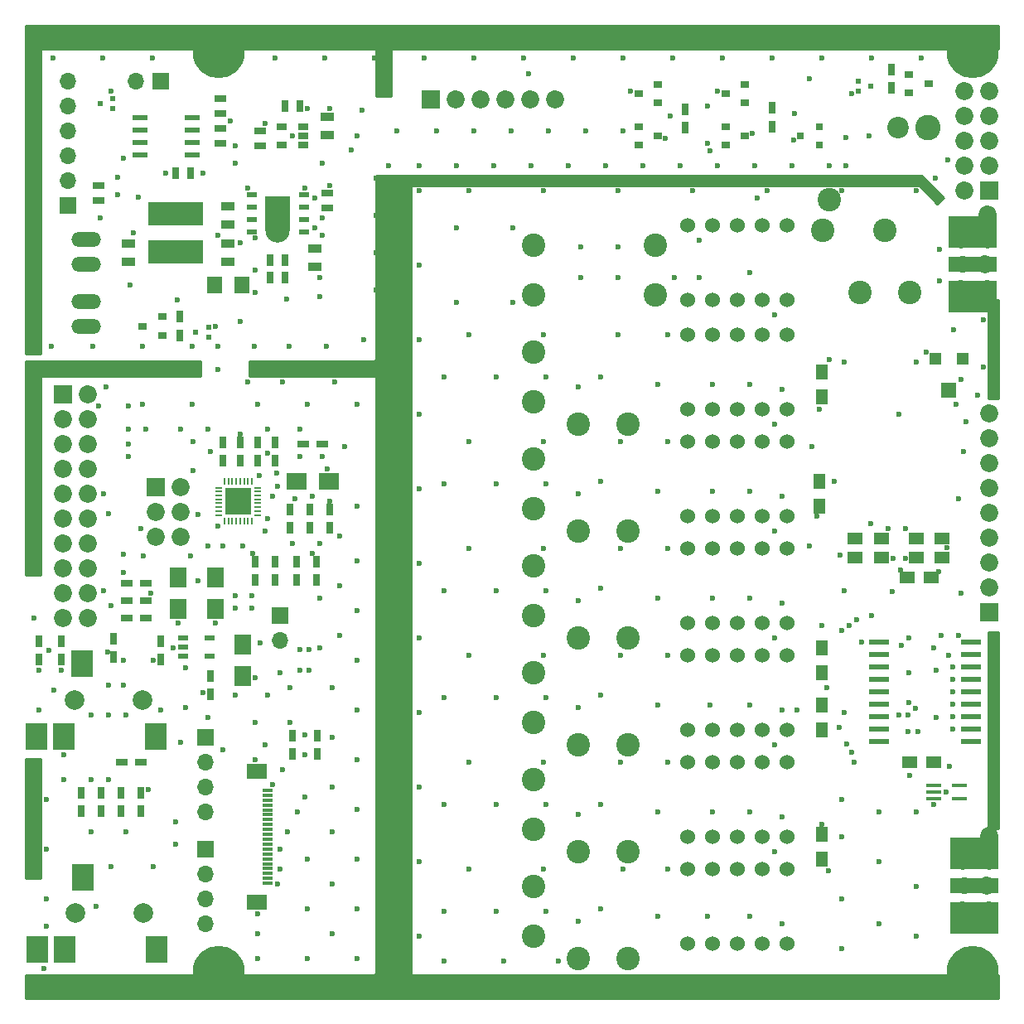
<source format=gbr>
G04 #@! TF.FileFunction,Soldermask,Top*
%FSLAX46Y46*%
G04 Gerber Fmt 4.6, Leading zero omitted, Abs format (unit mm)*
G04 Created by KiCad (PCBNEW 4.0.7) date 02/05/18 11:03:03*
%MOMM*%
%LPD*%
G01*
G04 APERTURE LIST*
%ADD10C,0.100000*%
%ADD11C,2.400000*%
%ADD12C,1.524000*%
%ADD13C,5.300000*%
%ADD14R,5.000000X1.600000*%
%ADD15R,5.000000X3.300000*%
%ADD16C,1.850000*%
%ADD17C,1.800000*%
%ADD18R,1.397000X0.889000*%
%ADD19R,0.635000X1.143000*%
%ADD20R,1.143000X0.635000*%
%ADD21R,1.600000X1.800000*%
%ADD22R,5.700000X2.400000*%
%ADD23R,1.050000X0.600000*%
%ADD24C,0.500000*%
%ADD25R,1.100000X0.510000*%
%ADD26R,2.600000X3.500000*%
%ADD27C,2.500000*%
%ADD28R,1.200000X0.750000*%
%ADD29R,0.750000X1.200000*%
%ADD30R,1.800860X2.148840*%
%ADD31R,2.148840X1.800860*%
%ADD32R,2.200000X2.800000*%
%ADD33C,2.000000*%
%ADD34R,1.700000X1.700000*%
%ADD35O,1.700000X1.700000*%
%ADD36R,1.100000X0.300000*%
%ADD37R,2.000000X1.500000*%
%ADD38O,3.014980X1.506220*%
%ADD39R,0.599440X0.500380*%
%ADD40O,0.200000X0.750000*%
%ADD41R,0.200000X0.800000*%
%ADD42O,0.750000X0.200000*%
%ADD43R,0.800000X0.200000*%
%ADD44R,1.325000X1.325000*%
%ADD45C,1.700000*%
%ADD46R,1.060000X0.650000*%
%ADD47R,1.550000X0.600000*%
%ADD48R,1.850000X1.850000*%
%ADD49R,0.900000X0.800000*%
%ADD50R,1.500000X0.400000*%
%ADD51R,1.250000X1.500000*%
%ADD52R,1.500000X1.250000*%
%ADD53R,1.500000X1.300000*%
%ADD54R,0.800100X0.800100*%
%ADD55C,2.600000*%
%ADD56C,2.200000*%
%ADD57R,1.200000X1.200000*%
%ADD58R,1.600000X1.500000*%
%ADD59R,2.000000X0.600000*%
%ADD60C,0.600000*%
%ADD61C,0.254000*%
G04 APERTURE END LIST*
D10*
D11*
X56746000Y-95636000D03*
X61826000Y-95636000D03*
X56746000Y-41026000D03*
X61826000Y-41026000D03*
X56746000Y-51948000D03*
X61826000Y-51948000D03*
X56746000Y-62870000D03*
X61826000Y-62870000D03*
D12*
X78082000Y-20706000D03*
X75542000Y-20706000D03*
X73002000Y-20706000D03*
X70462000Y-20706000D03*
X67922000Y-20706000D03*
X67922000Y-28326000D03*
X70462000Y-28326000D03*
X73002000Y-28326000D03*
X75542000Y-28326000D03*
X78082000Y-28326000D03*
D13*
X20000000Y-3000000D03*
X20000000Y-97000000D03*
X97000000Y-97000000D03*
X97000000Y-3000000D03*
D14*
X97200000Y-88200000D03*
D15*
X97200000Y-91500000D03*
X97200000Y-84900000D03*
D16*
X98415000Y-88200000D03*
X98700000Y-85660000D03*
X98700000Y-90740000D03*
X96005000Y-90740000D03*
X96005000Y-85660000D03*
D17*
X96160000Y-88200000D03*
D16*
X98700000Y-83120000D03*
D14*
X97030000Y-24650000D03*
D15*
X97030000Y-27950000D03*
X97030000Y-21350000D03*
D16*
X98245000Y-24650000D03*
X98530000Y-22110000D03*
X98530000Y-27190000D03*
X95835000Y-27190000D03*
X95835000Y-22110000D03*
D17*
X95990000Y-24650000D03*
D16*
X98530000Y-19570000D03*
D18*
X31092000Y-11498500D03*
X31092000Y-9593500D03*
D19*
X26774000Y-8514000D03*
X28298000Y-8514000D03*
D18*
X20932000Y-18737500D03*
X20932000Y-20642500D03*
D20*
X24234000Y-12578000D03*
X24234000Y-11054000D03*
D18*
X29822000Y-23055500D03*
X29822000Y-24960500D03*
D19*
X15598000Y-15372000D03*
X17122000Y-15372000D03*
X25250000Y-24262000D03*
X26774000Y-24262000D03*
D18*
X20932000Y-24452500D03*
X20932000Y-22547500D03*
X10772000Y-24452500D03*
X10772000Y-22547500D03*
D21*
X19532000Y-26802000D03*
X22332000Y-26802000D03*
D22*
X15598000Y-23418000D03*
X15598000Y-19518000D03*
D20*
X7724000Y-16642000D03*
X7724000Y-18166000D03*
X20170000Y-7752000D03*
X20170000Y-9276000D03*
X20170000Y-12324000D03*
X20170000Y-10800000D03*
D19*
X25250000Y-26040000D03*
X26774000Y-26040000D03*
D20*
X31092000Y-18928000D03*
X31092000Y-17404000D03*
D23*
X16360000Y-62870000D03*
X16360000Y-63820000D03*
X16360000Y-64770000D03*
X19060000Y-64770000D03*
X19060000Y-62870000D03*
D24*
X26012000Y-18236000D03*
D25*
X23362000Y-21341000D03*
X28662000Y-21341000D03*
X23362000Y-20071000D03*
X28662000Y-20071000D03*
X23362000Y-18801000D03*
X28662000Y-18801000D03*
X23362000Y-17531000D03*
X28662000Y-17531000D03*
D26*
X26012000Y-19436000D03*
D27*
X26012000Y-21236000D03*
D24*
X26012000Y-19236000D03*
D28*
X10584000Y-59060000D03*
X12484000Y-59060000D03*
D29*
X14074000Y-63190000D03*
X14074000Y-65090000D03*
D30*
X15852000Y-59923600D03*
X15852000Y-56672400D03*
D29*
X19154000Y-66746000D03*
X19154000Y-68646000D03*
D30*
X19662000Y-59923600D03*
X19662000Y-56672400D03*
D29*
X22202000Y-42870000D03*
X22202000Y-44770000D03*
D30*
X22456000Y-66781600D03*
X22456000Y-63530400D03*
D29*
X27282000Y-49728000D03*
X27282000Y-51628000D03*
X31346000Y-51628000D03*
X31346000Y-49728000D03*
D31*
X31193600Y-46868000D03*
X27942400Y-46868000D03*
D29*
X20424000Y-44770000D03*
X20424000Y-42870000D03*
X25758000Y-55062000D03*
X25758000Y-56962000D03*
X25758000Y-42870000D03*
X25758000Y-44770000D03*
X27917000Y-55062000D03*
X27917000Y-56962000D03*
D28*
X12484000Y-57282000D03*
X10584000Y-57282000D03*
X12484000Y-60838000D03*
X10584000Y-60838000D03*
D29*
X29314000Y-51628000D03*
X29314000Y-49728000D03*
X5946000Y-78684000D03*
X5946000Y-80584000D03*
X7978000Y-78684000D03*
X7978000Y-80584000D03*
D28*
X28618000Y-43058000D03*
X30518000Y-43058000D03*
D29*
X30076000Y-72842000D03*
X30076000Y-74742000D03*
X27536000Y-74742000D03*
X27536000Y-72842000D03*
X10010000Y-80584000D03*
X10010000Y-78684000D03*
D28*
X11976000Y-75570000D03*
X10076000Y-75570000D03*
D32*
X13600000Y-94700000D03*
X6100000Y-87300000D03*
X4200000Y-94700000D03*
D33*
X5300000Y-91000000D03*
D32*
X1400000Y-94700000D03*
D33*
X12300000Y-91000000D03*
D32*
X13500000Y-72900000D03*
X6000000Y-65500000D03*
X4100000Y-72900000D03*
D33*
X5200000Y-69200000D03*
D32*
X1300000Y-72900000D03*
D33*
X12200000Y-69200000D03*
D34*
X26266000Y-60584000D03*
D35*
X26266000Y-63124000D03*
D36*
X24996000Y-87440000D03*
X24996000Y-86940000D03*
X24996000Y-86440000D03*
X24996000Y-85940000D03*
X24996000Y-85440000D03*
X24996000Y-84940000D03*
X24996000Y-84440000D03*
X24996000Y-83940000D03*
X24996000Y-83440000D03*
X24996000Y-82940000D03*
X24996000Y-82440000D03*
X24996000Y-81940000D03*
X24996000Y-81440000D03*
X24996000Y-87940000D03*
X24996000Y-78440000D03*
X24996000Y-78940000D03*
X24996000Y-79440000D03*
X24996000Y-79940000D03*
X24996000Y-80440000D03*
X24996000Y-80940000D03*
D37*
X23846000Y-76490000D03*
X23846000Y-89890000D03*
D34*
X18646000Y-84460000D03*
D35*
X18646000Y-87000000D03*
X18646000Y-89540000D03*
X18646000Y-92080000D03*
D34*
X18646000Y-73030000D03*
D35*
X18646000Y-75570000D03*
X18646000Y-78110000D03*
X18646000Y-80650000D03*
D34*
X14074000Y-5974000D03*
D35*
X11534000Y-5974000D03*
D34*
X4592180Y-18671460D03*
D35*
X4592180Y-16131460D03*
X4592180Y-13591460D03*
X4592180Y-11051460D03*
X4592180Y-8511460D03*
X4592180Y-5971460D03*
D38*
X6390000Y-24720000D03*
X6390000Y-22180000D03*
D39*
X9136240Y-8760380D03*
X9136240Y-7759620D03*
X7835760Y-8260000D03*
D29*
X23980000Y-42870000D03*
X23980000Y-44770000D03*
X23726000Y-56962000D03*
X23726000Y-55062000D03*
X29949000Y-56962000D03*
X29949000Y-55062000D03*
X12042000Y-78684000D03*
X12042000Y-80584000D03*
D40*
X23348000Y-46875000D03*
D41*
X22948000Y-46900000D03*
X22548000Y-46900000D03*
X22148000Y-46900000D03*
X21748000Y-46900000D03*
X21348000Y-46900000D03*
X20948000Y-46900000D03*
D40*
X20548000Y-46875000D03*
D42*
X19923000Y-47500000D03*
D43*
X19948000Y-47900000D03*
X19948000Y-48300000D03*
X19948000Y-48700000D03*
X19948000Y-49100000D03*
X19948000Y-49500000D03*
X19948000Y-49900000D03*
D42*
X19923000Y-50300000D03*
D40*
X20548000Y-50925000D03*
D41*
X20948000Y-50900000D03*
X21348000Y-50900000D03*
X21748000Y-50900000D03*
X22148000Y-50900000D03*
X22548000Y-50900000D03*
X22948000Y-50900000D03*
D40*
X23348000Y-50925000D03*
D42*
X23973000Y-50300000D03*
D43*
X23948000Y-49900000D03*
X23948000Y-49500000D03*
X23948000Y-49100000D03*
X23948000Y-48700000D03*
X23948000Y-48300000D03*
X23948000Y-47900000D03*
D42*
X23973000Y-47500000D03*
D44*
X21285500Y-49562500D03*
X22610500Y-49562500D03*
X21285500Y-48237500D03*
X22610500Y-48237500D03*
D45*
X21948000Y-48900000D03*
D46*
X28636000Y-12512000D03*
X28636000Y-11562000D03*
X28636000Y-10612000D03*
X26436000Y-10612000D03*
X26436000Y-12512000D03*
D47*
X17282000Y-13467000D03*
X17282000Y-12197000D03*
X17282000Y-10927000D03*
X17282000Y-9657000D03*
X11882000Y-9657000D03*
X11882000Y-10927000D03*
X11882000Y-12197000D03*
X11882000Y-13467000D03*
D48*
X4041000Y-37952600D03*
D16*
X6581000Y-37952600D03*
X4041000Y-40492600D03*
X6581000Y-40492600D03*
X4041000Y-43032600D03*
X6581000Y-43032600D03*
X4041000Y-45572600D03*
X6581000Y-45572600D03*
X4041000Y-48112600D03*
X6581000Y-48112600D03*
X4041000Y-50652600D03*
X6581000Y-50652600D03*
X4041000Y-53192600D03*
X6581000Y-53192600D03*
X4041000Y-55732600D03*
X6581000Y-55732600D03*
X4041000Y-58272600D03*
X6581000Y-58272600D03*
X4041000Y-60812600D03*
X6581000Y-60812600D03*
D48*
X41607600Y-7802800D03*
D16*
X44147600Y-7802800D03*
X46687600Y-7802800D03*
X49227600Y-7802800D03*
X51767600Y-7802800D03*
X54307600Y-7802800D03*
D48*
X13489800Y-47452200D03*
D16*
X16029800Y-47452200D03*
X13489800Y-49992200D03*
X16029800Y-49992200D03*
X13489800Y-52532200D03*
X16029800Y-52532200D03*
D49*
X64858000Y-8194000D03*
X64858000Y-6294000D03*
X62858000Y-7244000D03*
X73748000Y-8194000D03*
X73748000Y-6294000D03*
X71748000Y-7244000D03*
X62858000Y-10612000D03*
X62858000Y-12512000D03*
X64858000Y-11562000D03*
X71748000Y-10612000D03*
X71748000Y-12512000D03*
X73748000Y-11562000D03*
D29*
X67668000Y-8834000D03*
X67668000Y-10734000D03*
X76558000Y-8707000D03*
X76558000Y-10607000D03*
X88750000Y-6670000D03*
X88750000Y-4770000D03*
D12*
X78082000Y-31882000D03*
X75542000Y-31882000D03*
X73002000Y-31882000D03*
X70462000Y-31882000D03*
X67922000Y-31882000D03*
X67922000Y-39502000D03*
X70462000Y-39502000D03*
X73002000Y-39502000D03*
X75542000Y-39502000D03*
X78082000Y-39502000D03*
X78082000Y-42804000D03*
X75542000Y-42804000D03*
X73002000Y-42804000D03*
X70462000Y-42804000D03*
X67922000Y-42804000D03*
X67922000Y-50424000D03*
X70462000Y-50424000D03*
X73002000Y-50424000D03*
X75542000Y-50424000D03*
X78082000Y-50424000D03*
X78082000Y-64648000D03*
X75542000Y-64648000D03*
X73002000Y-64648000D03*
X70462000Y-64648000D03*
X67922000Y-64648000D03*
X67922000Y-72268000D03*
X70462000Y-72268000D03*
X73002000Y-72268000D03*
X75542000Y-72268000D03*
X78082000Y-72268000D03*
X78082000Y-75570000D03*
X75542000Y-75570000D03*
X73002000Y-75570000D03*
X70462000Y-75570000D03*
X67922000Y-75570000D03*
X67922000Y-83190000D03*
X70462000Y-83190000D03*
X73002000Y-83190000D03*
X75542000Y-83190000D03*
X78082000Y-83190000D03*
X78082000Y-86492000D03*
X75542000Y-86492000D03*
X73002000Y-86492000D03*
X70462000Y-86492000D03*
X67922000Y-86492000D03*
X67922000Y-94112000D03*
X70462000Y-94112000D03*
X73002000Y-94112000D03*
X75542000Y-94112000D03*
X78082000Y-94112000D03*
D11*
X64620000Y-27818000D03*
X64620000Y-22738000D03*
X56746000Y-73792000D03*
X61826000Y-73792000D03*
X56746000Y-84714000D03*
X61826000Y-84714000D03*
X52174000Y-27818000D03*
X52174000Y-22738000D03*
X52174000Y-38740000D03*
X52174000Y-33660000D03*
X52174000Y-49662000D03*
X52174000Y-44582000D03*
X52174000Y-60584000D03*
X52174000Y-55504000D03*
X52174000Y-71506000D03*
X52174000Y-66426000D03*
X52174000Y-82428000D03*
X52174000Y-77348000D03*
X52174000Y-93350000D03*
X52174000Y-88270000D03*
D16*
X98700000Y-6950000D03*
X96160000Y-6950000D03*
X96160000Y-9490000D03*
X98700000Y-9490000D03*
X98700000Y-9490000D03*
X96160000Y-9490000D03*
X96160000Y-9490000D03*
X98700000Y-9490000D03*
D48*
X98700000Y-17110000D03*
D16*
X96160000Y-17110000D03*
X98700000Y-14570000D03*
X96160000Y-14570000D03*
X98700000Y-12030000D03*
X96160000Y-12030000D03*
X98700000Y-9490000D03*
X96160000Y-9490000D03*
D49*
X90528000Y-5278000D03*
X92528000Y-6228000D03*
X90528000Y-7178000D03*
D50*
X93008000Y-77968000D03*
X93008000Y-78618000D03*
X93008000Y-79268000D03*
X95668000Y-79268000D03*
X95668000Y-77968000D03*
D51*
X81638000Y-38212000D03*
X81638000Y-35712000D03*
X81384000Y-49388000D03*
X81384000Y-46888000D03*
X81638000Y-63906000D03*
X81638000Y-66406000D03*
X81638000Y-72248000D03*
X81638000Y-69748000D03*
X81638000Y-82956000D03*
X81638000Y-85456000D03*
D52*
X92790000Y-56690000D03*
X90290000Y-56690000D03*
X93048000Y-75570000D03*
X90548000Y-75570000D03*
D53*
X84987000Y-52710000D03*
X87687000Y-52710000D03*
X87687000Y-54615000D03*
X84987000Y-54615000D03*
X93910000Y-52710000D03*
X91210000Y-52710000D03*
X91210000Y-54615000D03*
X93910000Y-54615000D03*
D48*
X98740000Y-60280000D03*
D16*
X98740000Y-57740000D03*
X98740000Y-55200000D03*
X98740000Y-52660000D03*
X98740000Y-50120000D03*
X98740000Y-47580000D03*
X98740000Y-45040000D03*
X98740000Y-42500000D03*
X98740000Y-39960000D03*
D54*
X81368760Y-12512000D03*
X81368760Y-10612000D03*
X79369780Y-11562000D03*
D55*
X92450000Y-10700000D03*
D56*
X89400000Y-10700000D03*
D57*
X95992000Y-34326000D03*
X93192000Y-34326000D03*
D58*
X94592000Y-37566000D03*
D59*
X96860000Y-73430000D03*
X96860000Y-72160000D03*
X96860000Y-70890000D03*
X96860000Y-69620000D03*
X96860000Y-68350000D03*
X96860000Y-67080000D03*
X96860000Y-65810000D03*
X96860000Y-64540000D03*
X96860000Y-63270000D03*
X87460000Y-63270000D03*
X87460000Y-64540000D03*
X87460000Y-65810000D03*
X87460000Y-67080000D03*
X87460000Y-68350000D03*
X87460000Y-69620000D03*
X87460000Y-70890000D03*
X87460000Y-72160000D03*
X87460000Y-73430000D03*
D29*
X9248000Y-64836000D03*
X9248000Y-62936000D03*
X3914000Y-65090000D03*
X3914000Y-63190000D03*
X1628000Y-65090000D03*
X1628000Y-63190000D03*
D38*
X6390000Y-30993000D03*
X6390000Y-28453000D03*
D39*
X85305760Y-5981620D03*
X85305760Y-6982380D03*
X86606240Y-6482000D03*
D49*
X14201000Y-31943000D03*
X12201000Y-30993000D03*
X14201000Y-30043000D03*
D39*
X18915240Y-32128380D03*
X18915240Y-31127620D03*
X17614760Y-31628000D03*
D29*
X15979000Y-30043000D03*
X15979000Y-31943000D03*
D11*
X90580000Y-27580000D03*
X85500000Y-27580000D03*
X88040000Y-21230000D03*
X81690000Y-21230000D03*
X82325000Y-18055000D03*
D12*
X78082000Y-53726000D03*
X75542000Y-53726000D03*
X73002000Y-53726000D03*
X70462000Y-53726000D03*
X67922000Y-53726000D03*
X67922000Y-61346000D03*
X70462000Y-61346000D03*
X73002000Y-61346000D03*
X75542000Y-61346000D03*
X78082000Y-61346000D03*
D60*
X8994000Y-86238000D03*
X13312000Y-86238000D03*
X15598000Y-83952000D03*
X15598000Y-81666000D03*
X7470000Y-90302000D03*
X93550000Y-56130000D03*
X85690000Y-63250000D03*
X94680000Y-76010000D03*
X95608000Y-62616000D03*
X93322000Y-70998000D03*
X93322000Y-66172000D03*
X83924000Y-58044000D03*
X90528000Y-69474000D03*
X90528000Y-66426000D03*
X90528000Y-62870000D03*
X88810000Y-58110000D03*
X86718000Y-60584000D03*
X81638000Y-61600000D03*
X53444000Y-90810000D03*
X48364000Y-90810000D03*
X43030000Y-90810000D03*
X53444000Y-79888000D03*
X48364000Y-79888000D03*
X43030000Y-79888000D03*
X53444000Y-68966000D03*
X48364000Y-68966000D03*
X43030000Y-68966000D03*
X53444000Y-58044000D03*
X48364000Y-58044000D03*
X43030000Y-58044000D03*
X53444000Y-47122000D03*
X48364000Y-47122000D03*
X43030000Y-47122000D03*
X53444000Y-36200000D03*
X48364000Y-36200000D03*
X43030000Y-36200000D03*
X74272000Y-36962000D03*
X70462000Y-36962000D03*
X64874000Y-36962000D03*
X59032000Y-36200000D03*
X74272000Y-47884000D03*
X70462000Y-47884000D03*
X64874000Y-47884000D03*
X59032000Y-46868000D03*
X74272000Y-58806000D03*
X70462000Y-58806000D03*
X64874000Y-58806000D03*
X59032000Y-57790000D03*
X74272000Y-69728000D03*
X70208000Y-69728000D03*
X64874000Y-69728000D03*
X59032000Y-68712000D03*
X74272000Y-80650000D03*
X70462000Y-80650000D03*
X64874000Y-80650000D03*
X59032000Y-79888000D03*
X74272000Y-91318000D03*
X69954000Y-91318000D03*
X64874000Y-91318000D03*
X59032000Y-90556000D03*
X83670000Y-17150000D03*
X91290000Y-17150000D03*
X76050000Y-17150000D03*
X68430000Y-17150000D03*
X60810000Y-17150000D03*
X53190000Y-17150000D03*
X45570000Y-17150000D03*
X40490000Y-17150000D03*
X40490000Y-24770000D03*
X98148000Y-30358000D03*
X98148000Y-35184000D03*
X95862000Y-36454000D03*
X54714000Y-95890000D03*
X49126000Y-95890000D03*
X43030000Y-95890000D03*
X65890000Y-86492000D03*
X61318000Y-86492000D03*
X53190000Y-86492000D03*
X45570000Y-86492000D03*
X65890000Y-75570000D03*
X61064000Y-75570000D03*
X53190000Y-75570000D03*
X45570000Y-75570000D03*
X65890000Y-64648000D03*
X61064000Y-64648000D03*
X53190000Y-64648000D03*
X45570000Y-64648000D03*
X65890000Y-53726000D03*
X61064000Y-53726000D03*
X53190000Y-53726000D03*
X45570000Y-53726000D03*
X65890000Y-42804000D03*
X61064000Y-42804000D03*
X53190000Y-42804000D03*
X45570000Y-42804000D03*
X65890000Y-31882000D03*
X60810000Y-31882000D03*
X53190000Y-31882000D03*
X45570000Y-31882000D03*
X56746000Y-37216000D03*
X56746000Y-48138000D03*
X56746000Y-59060000D03*
X56746000Y-69982000D03*
X56746000Y-80904000D03*
X56746000Y-91826000D03*
X50015000Y-20960000D03*
X44300000Y-20960000D03*
X44300000Y-28580000D03*
X50015000Y-28580000D03*
X74272000Y-25532000D03*
X76812000Y-29850000D03*
X76812000Y-41026000D03*
X76812000Y-51948000D03*
X76812000Y-62870000D03*
X76812000Y-73792000D03*
X77574000Y-70236000D03*
X76812000Y-84714000D03*
X77574000Y-81158000D03*
X77574000Y-48392000D03*
X77574000Y-37470000D03*
X77574000Y-59314000D03*
X80368000Y-53472000D03*
X69065000Y-22230000D03*
X69065000Y-26040000D03*
X66525000Y-26040000D03*
X60810000Y-26040000D03*
X57000000Y-26040000D03*
X57000000Y-22865000D03*
X60810000Y-22865000D03*
X40490000Y-32390000D03*
X40490000Y-40010000D03*
X40490000Y-47630000D03*
X40490000Y-55250000D03*
X40490000Y-62870000D03*
X80622000Y-43312000D03*
X96370000Y-40772000D03*
X96116000Y-43820000D03*
X95608000Y-48646000D03*
X83416000Y-72014000D03*
X83924000Y-70490000D03*
X82273000Y-86619000D03*
X82150000Y-67970000D03*
X79098000Y-70236000D03*
X83924000Y-34676000D03*
X82400000Y-34422000D03*
X82908000Y-46868000D03*
X77574000Y-92080000D03*
X86591000Y-51186000D03*
X89639000Y-55885000D03*
X88369000Y-51694000D03*
X90147000Y-51694000D03*
X75034000Y-17912000D03*
X90570000Y-76900000D03*
X93000000Y-79890000D03*
X95354000Y-38994000D03*
X91290000Y-34676000D03*
X89512000Y-40010000D03*
X95100000Y-31374000D03*
X87480000Y-80650000D03*
X87480000Y-85730000D03*
X87480000Y-92080000D03*
X83670000Y-94620000D03*
X83670000Y-89540000D03*
X83670000Y-83190000D03*
X84940000Y-75570000D03*
X83670000Y-79380000D03*
X91290000Y-93350000D03*
X98910000Y-65410000D03*
X98910000Y-73030000D03*
X98910000Y-80650000D03*
X91290000Y-80650000D03*
X91290000Y-88270000D03*
X91290000Y-98430000D03*
X83670000Y-98430000D03*
X76050000Y-98430000D03*
X68430000Y-98430000D03*
X60810000Y-98430000D03*
X40490000Y-70490000D03*
X53190000Y-98430000D03*
X40490000Y-78110000D03*
X40490000Y-85730000D03*
X40490000Y-93350000D03*
X40490000Y-98430000D03*
X45570000Y-98430000D03*
X95862000Y-58298000D03*
X29822000Y-20960000D03*
X29822000Y-17912000D03*
X7724000Y-39121000D03*
X10772000Y-39121000D03*
X17376000Y-42804000D03*
X17376000Y-45725000D03*
X8740000Y-67696000D03*
X8613000Y-64267000D03*
X3914000Y-66172000D03*
X9629000Y-15753000D03*
X9629000Y-17531000D03*
X30584000Y-14356000D03*
X30584000Y-19944000D03*
X21694000Y-12578000D03*
X21694000Y-14356000D03*
X22456000Y-53472000D03*
X18900000Y-53472000D03*
X20424000Y-53472000D03*
X24742000Y-51948000D03*
X26012000Y-47376000D03*
X25885000Y-45979000D03*
X27790000Y-48646000D03*
X28298000Y-66172000D03*
X28298000Y-64013000D03*
X29187000Y-66172000D03*
X29187000Y-64013000D03*
X21694000Y-58552000D03*
X23345000Y-58552000D03*
X21694000Y-59822000D03*
X23345000Y-59822000D03*
X69954000Y-12324000D03*
X69954000Y-8514000D03*
X10200500Y-54297500D03*
X10200500Y-56139000D03*
X51666000Y-5212000D03*
X84051000Y-11689000D03*
X84051000Y-14610000D03*
X84432000Y-61600000D03*
X81384000Y-39502000D03*
X83670000Y-62108000D03*
X81130000Y-50424000D03*
X93830000Y-62616000D03*
X85160000Y-61040000D03*
X89512000Y-70744000D03*
X89766000Y-63632000D03*
X81638000Y-81920000D03*
X84178000Y-73665000D03*
X84686000Y-74554000D03*
X90401000Y-70744000D03*
X90401000Y-72395000D03*
X97487600Y-38079600D03*
X93626800Y-23195200D03*
X93620000Y-26390000D03*
X91187000Y-70032000D03*
X91417000Y-72395000D03*
X94338000Y-78618000D03*
X94973000Y-65791000D03*
X94973000Y-67061000D03*
X94973000Y-68331000D03*
X94973000Y-69601000D03*
X94973000Y-70871000D03*
X94973000Y-72141000D03*
X83460000Y-54410000D03*
X88877000Y-54742000D03*
X94370000Y-53670000D03*
X90147000Y-54742000D03*
X92306000Y-33660000D03*
X8486000Y-37216000D03*
X4168000Y-77348000D03*
X2390000Y-92334000D03*
X2390000Y-89540000D03*
X2390000Y-84460000D03*
X2390000Y-79380000D03*
X14582000Y-35438000D03*
X9756000Y-35438000D03*
X4676000Y-35438000D03*
X19916000Y-35438000D03*
X22964000Y-36708000D03*
X26520000Y-36708000D03*
X31854000Y-36708000D03*
X1120000Y-60838000D03*
X1120000Y-55758000D03*
X1120000Y-50678000D03*
X1120000Y-45598000D03*
X1120000Y-40518000D03*
X1120000Y-35438000D03*
X34140000Y-38994000D03*
X29060000Y-38994000D03*
X23980000Y-38994000D03*
X12169000Y-38994000D03*
X17249000Y-38994000D03*
X23980000Y-98430000D03*
X29060000Y-98430000D03*
X34140000Y-98430000D03*
X28298000Y-44328000D03*
X24996000Y-43947000D03*
X8740000Y-50170000D03*
X8232000Y-48138000D03*
X8994000Y-59568000D03*
X8232000Y-58044000D03*
X24234000Y-63378000D03*
X15852000Y-61346000D03*
X17884000Y-57028000D03*
X24996000Y-41534000D03*
X31092000Y-45598000D03*
X30584000Y-44328000D03*
X31346000Y-48900000D03*
X29568000Y-48392000D03*
X32362000Y-57536000D03*
X32362000Y-52456000D03*
X27536000Y-53218000D03*
X30330000Y-53218000D03*
X30330000Y-58806000D03*
X30330000Y-63886000D03*
X23726000Y-66934000D03*
X24996000Y-68712000D03*
X21694000Y-68712000D03*
X23726000Y-75316000D03*
X24742000Y-73792000D03*
X20424000Y-74300000D03*
X19154000Y-43820000D03*
X12042000Y-51694000D03*
X10772000Y-44328000D03*
X18900000Y-41534000D03*
X16106000Y-41534000D03*
X22202000Y-42042000D03*
X10772000Y-41534000D03*
X12550000Y-41534000D03*
X13058000Y-58298000D03*
X17122000Y-54488000D03*
X12296000Y-54488000D03*
X16614000Y-69982000D03*
X16106000Y-73538000D03*
X2136000Y-96652000D03*
X15852000Y-98176000D03*
X11280000Y-98176000D03*
X6200000Y-98176000D03*
X8740000Y-70744000D03*
X8740000Y-77348000D03*
X10518000Y-82682000D03*
X6962000Y-82682000D03*
X3152000Y-68204000D03*
X1628000Y-70236000D03*
X6962000Y-77348000D03*
X6962000Y-70744000D03*
X10264000Y-67696000D03*
X10518000Y-70744000D03*
X14074000Y-70236000D03*
X27282000Y-71506000D03*
X23726000Y-71506000D03*
X18900000Y-70998000D03*
X16614000Y-65918000D03*
X26266000Y-66426000D03*
X27282000Y-67950000D03*
X29060000Y-95636000D03*
X23980000Y-95636000D03*
X23980000Y-93096000D03*
X31600000Y-93096000D03*
X31600000Y-88016000D03*
X31600000Y-82682000D03*
X29060000Y-85476000D03*
X29060000Y-90556000D03*
X28298000Y-41534000D03*
X32870000Y-43312000D03*
X34140000Y-49408000D03*
X34140000Y-54996000D03*
X34140000Y-60076000D03*
X34140000Y-65156000D03*
X34140000Y-70236000D03*
X34140000Y-75316000D03*
X34140000Y-80396000D03*
X34140000Y-85476000D03*
X34140000Y-95636000D03*
X34140000Y-90556000D03*
X31600000Y-67950000D03*
X31600000Y-73030000D03*
X31600000Y-78110000D03*
X32362000Y-62616000D03*
X28806000Y-79126000D03*
X28806000Y-74808000D03*
X28044000Y-80650000D03*
X28806000Y-72776000D03*
X25504000Y-77856000D03*
X26520000Y-76332000D03*
X27028000Y-82682000D03*
X17884000Y-50233500D03*
X24107000Y-46233000D03*
X25504000Y-48392000D03*
X29568000Y-54234000D03*
X23472000Y-54234000D03*
X19916000Y-51440000D03*
X24996000Y-50678000D03*
X19662000Y-61346000D03*
X18392000Y-68458000D03*
X15344000Y-63886000D03*
X13312000Y-65156000D03*
X4168000Y-74808000D03*
X26266000Y-86492000D03*
X26266000Y-84460000D03*
X12804000Y-78364000D03*
X23980000Y-91064000D03*
X26012000Y-88016000D03*
X10264000Y-65156000D03*
X2644000Y-64140000D03*
X23726000Y-25278000D03*
X2898000Y-33025000D03*
X1120000Y-31247000D03*
X1120000Y-26167000D03*
X1120000Y-21087000D03*
X1120000Y-16007000D03*
X1120000Y-10927000D03*
X1120000Y-5847000D03*
X17249000Y-33025000D03*
X12169000Y-33025000D03*
X7089000Y-33025000D03*
X23599000Y-33025000D03*
X51920000Y-14610000D03*
X48110000Y-14610000D03*
X44300000Y-14610000D03*
X40490000Y-14610000D03*
X55730000Y-14610000D03*
X59540000Y-14610000D03*
X63350000Y-14610000D03*
X67160000Y-14610000D03*
X36045000Y-27310000D03*
X36045000Y-23500000D03*
X36045000Y-19690000D03*
X36045000Y-15880000D03*
X37315000Y-14610000D03*
X34775000Y-32390000D03*
X30965000Y-33025000D03*
X27155000Y-33025000D03*
X19916000Y-33025000D03*
X1120000Y-1656000D03*
X3025000Y-3561000D03*
X8105000Y-3561000D03*
X13185000Y-3561000D03*
X25758000Y-3561000D03*
X30838000Y-3561000D03*
X35918000Y-3561000D03*
X40998000Y-3561000D03*
X46078000Y-3561000D03*
X51158000Y-3561000D03*
X56238000Y-3561000D03*
X61318000Y-3561000D03*
X66398000Y-3561000D03*
X71478000Y-3561000D03*
X76558000Y-3561000D03*
X81638000Y-3561000D03*
X86718000Y-3561000D03*
X91798000Y-3561000D03*
X34648000Y-8895000D03*
X11788000Y-17785000D03*
X7851000Y-19944000D03*
X15725000Y-28326000D03*
X10899000Y-26802000D03*
X26901000Y-28199000D03*
X30330000Y-27945000D03*
X34140000Y-11562000D03*
X38204000Y-11054000D03*
X42268000Y-11054000D03*
X33505000Y-12959000D03*
X19662000Y-30993000D03*
X22202000Y-30485000D03*
X31346000Y-16642000D03*
X84686000Y-7244000D03*
X86464000Y-11562000D03*
X80368000Y-5720000D03*
X70208000Y-13086000D03*
X94465000Y-13975000D03*
X93195000Y-15880000D03*
X70970000Y-14610000D03*
X74780000Y-14610000D03*
X31346000Y-8768000D03*
X61318000Y-11054000D03*
X57508000Y-11054000D03*
X53698000Y-11054000D03*
X49888000Y-11054000D03*
X46078000Y-11054000D03*
X82400000Y-14610000D03*
X78590000Y-14610000D03*
X65636000Y-11816000D03*
X66144000Y-9530000D03*
X78717000Y-11943000D03*
X78844000Y-9276000D03*
X62080000Y-6990000D03*
X70970000Y-6990000D03*
X74526000Y-11308000D03*
X30330000Y-26040000D03*
X30584000Y-21722000D03*
X14582000Y-15372000D03*
X18392000Y-15372000D03*
X24742000Y-10292000D03*
X21186000Y-10038000D03*
X29060000Y-8768000D03*
X27536000Y-11562000D03*
X10264000Y-13848000D03*
X8994000Y-6990000D03*
X11280000Y-21468000D03*
X22202000Y-22484000D03*
X23726000Y-27564000D03*
X19916000Y-21722000D03*
X23726000Y-21976000D03*
X22964000Y-16896000D03*
X28806000Y-16896000D03*
X1628000Y-66172000D03*
X10772000Y-43058000D03*
X94592000Y-64648000D03*
X93068000Y-63886000D03*
D61*
G36*
X99672000Y-38359000D02*
X98656000Y-38359000D01*
X98656000Y-28326000D01*
X99672000Y-28326000D01*
X99672000Y-38359000D01*
X99672000Y-38359000D01*
G37*
X99672000Y-38359000D02*
X98656000Y-38359000D01*
X98656000Y-28326000D01*
X99672000Y-28326000D01*
X99672000Y-38359000D01*
G36*
X99672000Y-82301000D02*
X98656000Y-82301000D01*
X98656000Y-62235000D01*
X99672000Y-62235000D01*
X99672000Y-82301000D01*
X99672000Y-82301000D01*
G37*
X99672000Y-82301000D02*
X98656000Y-82301000D01*
X98656000Y-62235000D01*
X99672000Y-62235000D01*
X99672000Y-82301000D01*
G36*
X18138000Y-36073000D02*
X1882000Y-36073000D01*
X1832590Y-36083006D01*
X1790965Y-36111447D01*
X1763685Y-36153841D01*
X1755000Y-36200000D01*
X1755000Y-56393000D01*
X231000Y-56393000D01*
X231000Y-34549000D01*
X18138000Y-34549000D01*
X18138000Y-36073000D01*
X18138000Y-36073000D01*
G37*
X18138000Y-36073000D02*
X1882000Y-36073000D01*
X1832590Y-36083006D01*
X1790965Y-36111447D01*
X1763685Y-36153841D01*
X1755000Y-36200000D01*
X1755000Y-56393000D01*
X231000Y-56393000D01*
X231000Y-34549000D01*
X18138000Y-34549000D01*
X18138000Y-36073000D01*
G36*
X99672000Y-2672000D02*
X37696000Y-2672000D01*
X37646590Y-2682006D01*
X37604965Y-2710447D01*
X37577685Y-2752841D01*
X37569000Y-2799000D01*
X37569000Y-7498000D01*
X36045000Y-7498000D01*
X36045000Y-2799000D01*
X36034994Y-2749590D01*
X36006553Y-2707965D01*
X35964159Y-2680685D01*
X35918000Y-2672000D01*
X1882000Y-2672000D01*
X1832590Y-2682006D01*
X1790965Y-2710447D01*
X1763685Y-2752841D01*
X1755000Y-2799000D01*
X1755000Y-33787000D01*
X231000Y-33787000D01*
X231000Y-259000D01*
X99672000Y-259000D01*
X99672000Y-2672000D01*
X99672000Y-2672000D01*
G37*
X99672000Y-2672000D02*
X37696000Y-2672000D01*
X37646590Y-2682006D01*
X37604965Y-2710447D01*
X37577685Y-2752841D01*
X37569000Y-2799000D01*
X37569000Y-7498000D01*
X36045000Y-7498000D01*
X36045000Y-2799000D01*
X36034994Y-2749590D01*
X36006553Y-2707965D01*
X35964159Y-2680685D01*
X35918000Y-2672000D01*
X1882000Y-2672000D01*
X1832590Y-2682006D01*
X1790965Y-2710447D01*
X1763685Y-2752841D01*
X1755000Y-2799000D01*
X1755000Y-33787000D01*
X231000Y-33787000D01*
X231000Y-259000D01*
X99672000Y-259000D01*
X99672000Y-2672000D01*
G36*
X94024221Y-17904827D02*
X93331779Y-18498348D01*
X91636844Y-16682346D01*
X91595816Y-16653051D01*
X91544000Y-16642000D01*
X39728000Y-16642000D01*
X39678590Y-16652006D01*
X39636965Y-16680447D01*
X39609685Y-16722841D01*
X39601000Y-16769000D01*
X39601000Y-97160000D01*
X39611006Y-97209410D01*
X39639447Y-97251035D01*
X39681841Y-97278315D01*
X39728000Y-97287000D01*
X99672000Y-97287000D01*
X99672000Y-99700000D01*
X231000Y-99700000D01*
X231000Y-97287000D01*
X35918000Y-97287000D01*
X35967410Y-97276994D01*
X36009035Y-97248553D01*
X36036315Y-97206159D01*
X36045000Y-97160000D01*
X36045000Y-36200000D01*
X36034994Y-36150590D01*
X36006553Y-36108965D01*
X35964159Y-36081685D01*
X35918000Y-36073000D01*
X23091000Y-36073000D01*
X23091000Y-34549000D01*
X35918000Y-34549000D01*
X35967410Y-34538994D01*
X36009035Y-34510553D01*
X36036315Y-34468159D01*
X36045000Y-34422000D01*
X36045000Y-15626000D01*
X91745394Y-15626000D01*
X94024221Y-17904827D01*
X94024221Y-17904827D01*
G37*
X94024221Y-17904827D02*
X93331779Y-18498348D01*
X91636844Y-16682346D01*
X91595816Y-16653051D01*
X91544000Y-16642000D01*
X39728000Y-16642000D01*
X39678590Y-16652006D01*
X39636965Y-16680447D01*
X39609685Y-16722841D01*
X39601000Y-16769000D01*
X39601000Y-97160000D01*
X39611006Y-97209410D01*
X39639447Y-97251035D01*
X39681841Y-97278315D01*
X39728000Y-97287000D01*
X99672000Y-97287000D01*
X99672000Y-99700000D01*
X231000Y-99700000D01*
X231000Y-97287000D01*
X35918000Y-97287000D01*
X35967410Y-97276994D01*
X36009035Y-97248553D01*
X36036315Y-97206159D01*
X36045000Y-97160000D01*
X36045000Y-36200000D01*
X36034994Y-36150590D01*
X36006553Y-36108965D01*
X35964159Y-36081685D01*
X35918000Y-36073000D01*
X23091000Y-36073000D01*
X23091000Y-34549000D01*
X35918000Y-34549000D01*
X35967410Y-34538994D01*
X36009035Y-34510553D01*
X36036315Y-34468159D01*
X36045000Y-34422000D01*
X36045000Y-15626000D01*
X91745394Y-15626000D01*
X94024221Y-17904827D01*
G36*
X1755000Y-87381000D02*
X231000Y-87381000D01*
X231000Y-75189000D01*
X1755000Y-75189000D01*
X1755000Y-87381000D01*
X1755000Y-87381000D01*
G37*
X1755000Y-87381000D02*
X231000Y-87381000D01*
X231000Y-75189000D01*
X1755000Y-75189000D01*
X1755000Y-87381000D01*
M02*

</source>
